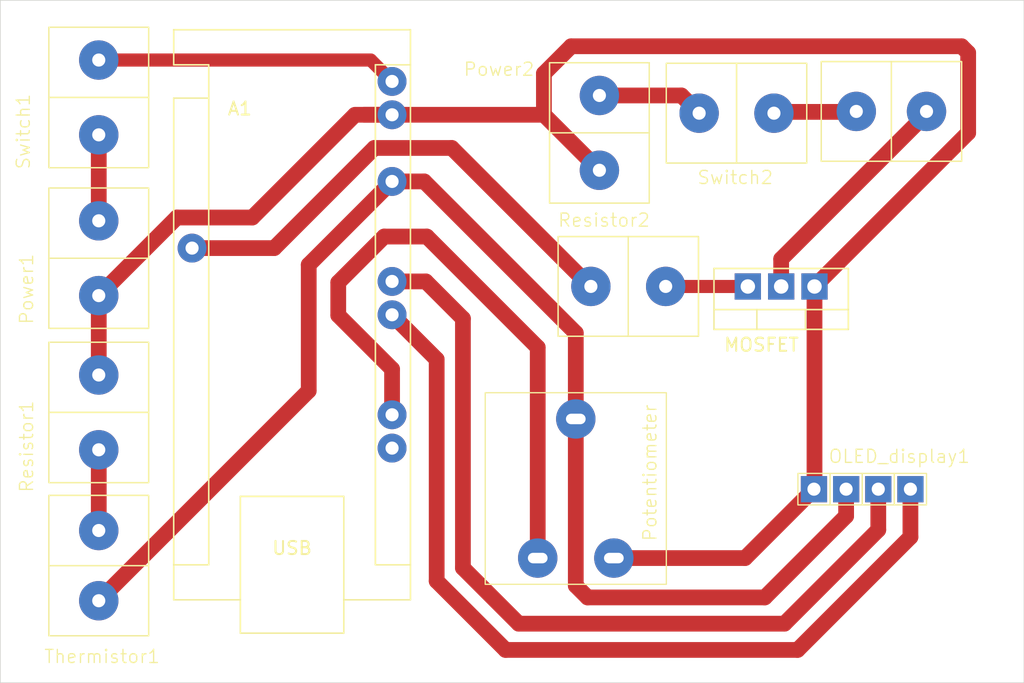
<source format=kicad_pcb>
(kicad_pcb (version 20241229) (generator "pcbnew") (generator_version "9.0")
  (layers (0 "F.Cu" signal) (2 "B.Cu" signal) (13 "F.Paste" user) (15 "B.Paste" user) (5 "F.SilkS" user "F.Silkscreen") (7 "B.SilkS" user "B.Silkscreen") (1 "F.Mask" user) (3 "B.Mask" user) (25 "Edge.Cuts" user))
  (net 0 "")
  (net 1 "Net-(A1-A4)")
  (net 2 "Net-(A1-A5)")
  (net 3 "Net-(A1-D3)")
  (net 4 "Net-(A1-VIN)")
  (net 5 "Net-(A1-+5V)")
  (net 8 "Net-(MOSFET1-S)")
  (net 9 "Net-(MOSFET1-G)")
  (net 10 "Net-(MOSFET1-D)")
  (net 11 "Net-(Power1-+)")
  (net 12 "Net-(Power2-+)")
  (net 13 "Net-(Switch2-B)")
  (net 14 "Net-(A1-A2)")
  (net 15 "Net-(A1-A3)")
  (footprint "Library:screw_mount" (layer "F.Cu") (at 159.45 51.75 -90)
    (property "Reference" "Power2" (at 0.5 11.45 0) (layer "F.SilkS") (effects (font (thickness 0.1))))
    (property "Value" "24v")
    (fp_rect (start 0 0) (end 5.35 7.6) (stroke (width 0.1)) (fill no) (layer "F.SilkS"))
    (fp_rect (start 0 0) (end 10.7 7.6) (stroke (width 0.1)) (fill no) (layer "F.SilkS"))
    (fp_rect (start 5.35 0) (end 10.7 7.6) (stroke (width 0.1)) (fill no) (layer "F.SilkS"))
    (pad "1" thru_hole circle (at 2.5 3.8 270) (size 3 3) (drill 1) (layers "*.Cu" "*.Mask") (net 12 "Net-(Power2-+)"))
    (pad "2" thru_hole circle (at 8.2 3.8 270) (size 3 3) (drill 1) (layers "*.Cu" "*.Mask") (net 9 "Net-(MOSFET1-G)"))
  )
  (footprint "Library:screw_mount" (layer "F.Cu") (at 113.7 95.425 90)
    (property "Reference" "Thermistor1" (at -1.575 4.05 0) (layer "F.SilkS") (effects (font (thickness 0.1))))
    (property "Value" "Thermistor" (hide yes))
    (fp_rect (start 5.35 0) (end 10.7 7.6) (stroke (width 0.1)) (fill no) (layer "F.SilkS"))
    (fp_rect (start 0 0) (end 10.7 7.6) (stroke (width 0.1)) (fill no) (layer "F.SilkS"))
    (fp_rect (start 0 0) (end 5.35 7.6) (stroke (width 0.1)) (fill no) (layer "F.SilkS"))
    (pad "1" thru_hole circle (at 2.675 3.8 90) (size 3 3) (drill 1) (layers "*.Cu" "*.Mask") (net 5 "Net-(A1-+5V)"))
    (pad "2" thru_hole circle (at 8.025 3.8 90) (size 3 3) (drill 1) (layers "*.Cu" "*.Mask") (net 14 "Net-(A1-A2)"))
  )
  (footprint "Library:screw_mount" (layer "F.Cu") (at 113.7 59.75 90)
    (property "Reference" "Switch1" (at 2.75 -1.95 90) (layer "F.SilkS") (effects (font (thickness 0.1))))
    (property "Value" "SW_SPST" (hide yes))
    (fp_rect (start 5.35 0) (end 10.7 7.6) (stroke (width 0.1)) (fill no) (layer "F.SilkS"))
    (fp_rect (start 0 0) (end 10.7 7.6) (stroke (width 0.1)) (fill no) (layer "F.SilkS"))
    (fp_rect (start 0 0) (end 5.35 7.6) (stroke (width 0.1)) (fill no) (layer "F.SilkS"))
    (pad "1" thru_hole circle (at 2.5 3.8 90) (size 3 3) (drill 1) (layers "*.Cu" "*.Mask") (net 11 "Net-(Power1-+)"))
    (pad "2" thru_hole circle (at 8.2 3.8 90) (size 3 3) (drill 1) (layers "*.Cu" "*.Mask") (net 4 "Net-(A1-VIN)"))
  )
  (footprint "Module:Arduino_Nano" (layer "F.Cu") (at 124.610552 53.180552)
    (property "Reference" "A1" (at 3.639448 2.069448 0) (layer "F.SilkS"))
    (property "Value" "Arduino_Nano_v3.x")
    (fp_line (start -1.4 -3.94) (end -1.4 -1.27) (stroke (width 0.12)) (layer "F.SilkS"))
    (fp_line (start -1.4 1.27) (end -1.4 39.5) (stroke (width 0.12)) (layer "F.SilkS"))
    (fp_line (start -1.4 39.5) (end 3.68 39.5) (stroke (width 0.12)) (layer "F.SilkS"))
    (fp_line (start 1.27 -1.27) (end -1.4 -1.27) (stroke (width 0.12)) (layer "F.SilkS"))
    (fp_line (start 1.27 1.27) (end -1.4 1.27) (stroke (width 0.12)) (layer "F.SilkS"))
    (fp_line (start 1.27 1.27) (end 1.27 -1.27) (stroke (width 0.12)) (layer "F.SilkS"))
    (fp_line (start 1.27 1.27) (end 1.27 36.83) (stroke (width 0.12)) (layer "F.SilkS"))
    (fp_line (start 1.27 36.83) (end -1.4 36.83) (stroke (width 0.12)) (layer "F.SilkS"))
    (fp_line (start 3.68 31.62) (end 11.56 31.62) (stroke (width 0.12)) (layer "F.SilkS"))
    (fp_line (start 3.68 42.04) (end 3.68 31.62) (stroke (width 0.12)) (layer "F.SilkS"))
    (fp_line (start 11.56 31.62) (end 11.56 42.04) (stroke (width 0.12)) (layer "F.SilkS"))
    (fp_line (start 11.56 42.04) (end 3.68 42.04) (stroke (width 0.12)) (layer "F.SilkS"))
    (fp_line (start 13.97 -1.27) (end 13.97 36.83) (stroke (width 0.12)) (layer "F.SilkS"))
    (fp_line (start 13.97 -1.27) (end 16.64 -1.27) (stroke (width 0.12)) (layer "F.SilkS"))
    (fp_line (start 13.97 36.83) (end 16.64 36.83) (stroke (width 0.12)) (layer "F.SilkS"))
    (fp_line (start 16.64 -3.94) (end -1.4 -3.94) (stroke (width 0.12)) (layer "F.SilkS"))
    (fp_line (start 16.64 39.5) (end 11.56 39.5) (stroke (width 0.12)) (layer "F.SilkS"))
    (fp_line (start 16.64 39.5) (end 16.64 -3.94) (stroke (width 0.12)) (layer "F.SilkS"))
    (fp_text user "USB" (at 7.62 35.56 0) (layer "F.SilkS"))
    (pad "6" thru_hole circle (at 0 12.7) (size 2.2 2.2) (drill 1) (layers "*.Cu" "*.Mask") (net 3 "Net-(A1-D3)"))
    (pad "19" thru_hole circle (at 15.24 27.94) (size 2.2 2.2) (drill 1) (layers "*.Cu" "*.Mask"))
    (pad "20" thru_hole circle (at 15.24 25.4) (size 2.2 2.2) (drill 1) (layers "*.Cu" "*.Mask"))
    (pad "23" thru_hole circle (at 15.24 17.78) (size 2.2 2.2) (drill 1) (layers "*.Cu" "*.Mask") (net 1 "Net-(A1-A4)"))
    (pad "24" thru_hole circle (at 15.24 15.24) (size 2.2 2.2) (drill 1) (layers "*.Cu" "*.Mask") (net 2 "Net-(A1-A5)"))
    (pad "27" thru_hole circle (at 15.24 7.62) (size 2.2 2.2) (drill 1) (layers "*.Cu" "*.Mask") (net 5 "Net-(A1-+5V)"))
    (pad "29" thru_hole circle (at 15.24 2.54) (size 2.2 2.2) (drill 1) (layers "*.Cu" "*.Mask") (net 9 "Net-(MOSFET1-G)"))
    (pad "30" thru_hole circle (at 15.24 0) (size 2.2 2.2) (drill 1) (layers "*.Cu" "*.Mask") (net 4 "Net-(A1-VIN)"))
  )
  (footprint "Package_TO_SOT_THT:TO-220-3_Vertical" (layer "F.Cu") (at 172.04 68.805 180)
    (property "Reference" "MOSFET" (at 4.04 -4.445 0) (layer "F.SilkS"))
    (property "Value" "IRF3205")
    (fp_line (start 7.66 -3.27) (end 7.66 1.371) (stroke (width 0.12)) (layer "F.SilkS"))
    (fp_line (start 4.391 -3.27) (end 4.391 -1.76) (stroke (width 0.12)) (layer "F.SilkS"))
    (fp_line (start 0.69 -3.27) (end 0.69 -1.76) (stroke (width 0.12)) (layer "F.SilkS"))
    (fp_line (start -2.58 1.371) (end 7.66 1.371) (stroke (width 0.12)) (layer "F.SilkS"))
    (fp_line (start -2.58 -1.76) (end 7.66 -1.76) (stroke (width 0.12)) (layer "F.SilkS"))
    (fp_line (start -2.58 -3.27) (end 7.66 -3.27) (stroke (width 0.12)) (layer "F.SilkS"))
    (fp_line (start -2.58 -3.27) (end -2.58 1.371) (stroke (width 0.12)) (layer "F.SilkS"))
    (pad "1" thru_hole rect (at 0 0 180) (size 2 2) (drill 1.1) (layers "*.Cu" "*.Mask") (net 9 "Net-(MOSFET1-G)"))
    (pad "2" thru_hole rect (at 2.54 0 180) (size 2 2) (drill 1.1) (layers "*.Cu" "*.Mask") (net 10 "Net-(MOSFET1-D)"))
    (pad "3" thru_hole rect (at 5.08 0 180) (size 2 2) (drill 1.1) (layers "*.Cu" "*.Mask") (net 8 "Net-(MOSFET1-S)"))
  )
  (footprint "Library:screw_mount" (layer "F.Cu") (at 160.75 51.8)
    (property "Reference" "Switch2" (at 5.25 8.7 0) (layer "F.SilkS") (effects (font (thickness 0.1))))
    (property "Value" "SW_SPST" (hide yes))
    (fp_rect (start 0 0) (end 5.35 7.6) (stroke (width 0.1)) (fill no) (layer "F.SilkS"))
    (fp_rect (start 0 0) (end 10.7 7.6) (stroke (width 0.1)) (fill no) (layer "F.SilkS"))
    (fp_rect (start 5.35 0) (end 10.7 7.6) (stroke (width 0.1)) (fill no) (layer "F.SilkS"))
    (pad "1" thru_hole circle (at 2.5 3.8) (size 3 3) (drill 1) (layers "*.Cu" "*.Mask") (net 12 "Net-(Power2-+)"))
    (pad "2" thru_hole circle (at 8.2 3.8) (size 3 3) (drill 1) (layers "*.Cu" "*.Mask") (net 13 "Net-(Switch2-B)"))
  )
  (footprint "Library:OLED_display" (layer "F.Cu") (at 170.775 85.45 90)
    (property "Reference" "OLED_display1" (at 3.7 7.725 0) (layer "F.SilkS") (effects (font (thickness 0.1))))
    (property "Value" "~" (hide yes))
    (fp_rect (start 0 0) (end 2.4 2.45) (stroke (width 0.1)) (fill no) (layer "F.SilkS"))
    (fp_rect (start 0 2.45) (end 2.4 4.9) (stroke (width 0.1)) (fill no) (layer "F.SilkS"))
    (fp_rect (start 0 4.9) (end 2.4 7.35) (stroke (width 0.1)) (fill no) (layer "F.SilkS"))
    (fp_rect (start 0 7.35) (end 2.4 9.8) (stroke (width 0.1)) (fill no) (layer "F.SilkS"))
    (pad "1" thru_hole rect (at 1.2 1.225 90) (size 2 2) (drill 1) (layers "*.Cu" "*.Mask") (net 9 "Net-(MOSFET1-G)"))
    (pad "2" thru_hole rect (at 1.2 3.675 90) (size 2 2) (drill 1) (layers "*.Cu" "*.Mask") (net 5 "Net-(A1-+5V)"))
    (pad "3" thru_hole rect (at 1.2 6.125 90) (size 2 2) (drill 1) (layers "*.Cu" "*.Mask") (net 2 "Net-(A1-A5)"))
    (pad "4" thru_hole rect (at 1.2 8.575 90) (size 2 2) (drill 1) (layers "*.Cu" "*.Mask") (net 1 "Net-(A1-A4)"))
  )
  (footprint "Library:screw_mount" (layer "F.Cu") (at 113.7 83.75 90)
    (property "Reference" "Resistor1" (at 2.75 -1.7 90) (layer "F.SilkS") (effects (font (thickness 0.1))))
    (property "Value" "10K")
    (fp_rect (start 5.35 0) (end 10.7 7.6) (stroke (width 0.1)) (fill no) (layer "F.SilkS"))
    (fp_rect (start 0 0) (end 10.7 7.6) (stroke (width 0.1)) (fill no) (layer "F.SilkS"))
    (fp_rect (start 0 0) (end 5.35 7.6) (stroke (width 0.1)) (fill no) (layer "F.SilkS"))
    (pad "1" thru_hole circle (at 2.5 3.8 90) (size 3 3) (drill 1) (layers "*.Cu" "*.Mask") (net 14 "Net-(A1-A2)"))
    (pad "2" thru_hole circle (at 8.2 3.8 90) (size 3 3) (drill 1) (layers "*.Cu" "*.Mask") (net 9 "Net-(MOSFET1-G)"))
  )
  (footprint "Library:arduino_kit_potentiometer" (layer "F.Cu") (at 148.95 78.9)
    (property "Reference" "Potentiometer" (at 10.55 4.1 90) (layer "F.SilkS") (effects (font (thickness 0.1))))
    (property "Value" "R_Potentiometer" (hide yes))
    (fp_rect (start -2 -2) (end 11.8 12.6) (stroke (width 0.1)) (fill no) (layer "F.SilkS"))
    (pad "1" thru_hole circle (at 4.9 0) (size 3 3) (drill oval 1.5 0.8) (layers "*.Cu" "*.Mask") (net 5 "Net-(A1-+5V)"))
    (pad "2" thru_hole circle (at 2 10.6) (size 3 3) (drill oval 1.5 0.8) (layers "*.Cu" "*.Mask") (net 15 "Net-(A1-A3)"))
    (pad "3" thru_hole circle (at 7.8 10.6) (size 3 3) (drill oval 1.5 0.8) (layers "*.Cu" "*.Mask") (net 9 "Net-(MOSFET1-G)"))
  )
  (footprint "Library:screw_mount" (layer "F.Cu") (at 152.5 65)
    (property "Reference" "Resistor2" (at 3.5 -1.25 0) (layer "F.SilkS") (effects (font (thickness 0.1))))
    (property "Value" "330R")
    (fp_rect (start 0 0) (end 5.35 7.6) (stroke (width 0.1)) (fill no) (layer "F.SilkS"))
    (fp_rect (start 0 0) (end 10.7 7.6) (stroke (width 0.1)) (fill no) (layer "F.SilkS"))
    (fp_rect (start 5.35 0) (end 10.7 7.6) (stroke (width 0.1)) (fill no) (layer "F.SilkS"))
    (pad "1" thru_hole circle (at 2.5 3.8) (size 3 3) (drill 1) (layers "*.Cu" "*.Mask") (net 3 "Net-(A1-D3)"))
    (pad "2" thru_hole circle (at 8.2 3.8) (size 3 3) (drill 1) (layers "*.Cu" "*.Mask") (net 8 "Net-(MOSFET1-S)"))
  )
  (footprint "Library:screw_mount" (layer "F.Cu") (at 183.25 59.265276 180)
    (property "Reference" "R2" (hide yes))
    (property "Value" "Heated Bed")
    (fp_rect (start 5.35 0) (end 10.7 7.6) (stroke (width 0.1)) (fill no) (layer "F.SilkS"))
    (fp_rect (start 0 0) (end 10.7 7.6) (stroke (width 0.1)) (fill no) (layer "F.SilkS"))
    (fp_rect (start 0 0) (end 5.35 7.6) (stroke (width 0.1)) (fill no) (layer "F.SilkS"))
    (pad "1" thru_hole circle (at 2.675 3.8 180) (size 3 3) (drill 1) (layers "*.Cu" "*.Mask") (net 10 "Net-(MOSFET1-D)"))
    (pad "2" thru_hole circle (at 8.025 3.8 180) (size 3 3) (drill 1) (layers "*.Cu" "*.Mask") (net 13 "Net-(Switch2-B)"))
  )
  (footprint "Library:screw_mount" (layer "F.Cu") (at 121.3 61.3 -90)
    (property "Reference" "Power1" (at 7.7 9.3 90) (layer "F.SilkS") (effects (font (thickness 0.1))))
    (property "Value" "12v")
    (fp_rect (start 0 0) (end 5.35 7.6) (stroke (width 0.1)) (fill no) (layer "F.SilkS"))
    (fp_rect (start 0 0) (end 10.7 7.6) (stroke (width 0.1)) (fill no) (layer "F.SilkS"))
    (fp_rect (start 5.35 0) (end 10.7 7.6) (stroke (width 0.1)) (fill no) (layer "F.SilkS"))
    (pad "1" thru_hole circle (at 2.5 3.8 270) (size 3 3) (drill 1) (layers "*.Cu" "*.Mask") (net 11 "Net-(Power1-+)"))
    (pad "2" thru_hole circle (at 8.2 3.8 270) (size 3 3) (drill 1) (layers "*.Cu" "*.Mask") (net 9 "Net-(MOSFET1-G)"))
  )
  (gr_rect (start 110 47) (end 188 99) (stroke (width 0.05)) (fill no) (layer "Edge.Cuts"))
  (segment (start 142.5 65) (end 139.25 65) (width 1.2) (layer "F.Cu") (net 0))
  (segment (start 139.25 65) (end 135.75 68.5) (width 1.2) (layer "F.Cu") (net 0))
  (segment (start 135.75 68.5) (end 135.75 71) (width 1.2) (layer "F.Cu") (net 0))
  (segment (start 150.95 89.5) (end 150.95 73.45) (width 1.2) (layer "F.Cu") (net 0))
  (segment (start 135.75 71) (end 139.850552 75.100552) (width 1.2) (layer "F.Cu") (net 0))
  (segment (start 139.850552 75.100552) (end 139.850552 78.580552) (width 1.2) (layer "F.Cu") (net 0))
  (segment (start 150.95 73.45) (end 142.5 65) (width 1.2) (layer "F.Cu") (net 0))
  (segment (start 143.25 74.36) (end 139.850552 70.960552) (width 1.2) (layer "F.Cu") (net 1))
  (segment (start 179.35 87.9) (end 170.75 96.5) (width 1.2) (layer "F.Cu") (net 1))
  (segment (start 148.5 96.5) (end 143.25 91.25) (width 1.2) (layer "F.Cu") (net 1))
  (segment (start 179.35 84.25) (end 179.35 87.9) (width 1.2) (layer "F.Cu") (net 1))
  (segment (start 170.75 96.5) (end 148.5 96.5) (width 1.2) (layer "F.Cu") (net 1))
  (segment (start 143.25 91.25) (end 143.25 74.36) (width 1.2) (layer "F.Cu") (net 1))
  (segment (start 176.9 84.25) (end 176.9 87.35) (width 1.2) (layer "F.Cu") (net 2))
  (segment (start 176.9 87.35) (end 169.75 94.5) (width 1.2) (layer "F.Cu") (net 2))
  (segment (start 149.5 94.5) (end 145.25 90.25) (width 1.2) (layer "F.Cu") (net 2))
  (segment (start 145.25 90.25) (end 145.25 71.25) (width 1.2) (layer "F.Cu") (net 2))
  (segment (start 169.75 94.5) (end 149.5 94.5) (width 1.2) (layer "F.Cu") (net 2))
  (segment (start 145.25 71.25) (end 142.420552 68.420552) (width 1.2) (layer "F.Cu") (net 2))
  (segment (start 142.420552 68.420552) (end 139.850552 68.420552) (width 1.2) (layer "F.Cu") (net 2))
  (segment (start 144.4 58.25) (end 155 68.85) (width 1.2) (layer "F.Cu") (net 3))
  (segment (start 124.610552 65.880552) (end 130.869448 65.880552) (width 1.2) (layer "F.Cu") (net 3))
  (segment (start 138.5 58.25) (end 144.4 58.25) (width 1.2) (layer "F.Cu") (net 3))
  (segment (start 130.869448 65.880552) (end 138.5 58.25) (width 1.2) (layer "F.Cu") (net 3))
  (segment (start 138.22 51.55) (end 139.850552 53.180552) (width 1) (layer "F.Cu") (net 4))
  (segment (start 139.850552 53.180552) (end 140.281104 52.75) (width 1) (layer "F.Cu") (net 4))
  (segment (start 117.5 51.55) (end 138.22 51.55) (width 1) (layer "F.Cu") (net 4))
  (segment (start 174.45 84.25) (end 174.45 86.3) (width 1.2) (layer "F.Cu") (net 5))
  (segment (start 133.5 76.75) (end 133.5 67.151104) (width 1.2) (layer "F.Cu") (net 5))
  (segment (start 153.85 78.9) (end 153.85 72.35) (width 1.2) (layer "F.Cu") (net 5))
  (segment (start 153.85 72.35) (end 142.300552 60.800552) (width 1.2) (layer "F.Cu") (net 5))
  (segment (start 142.300552 60.800552) (end 139.850552 60.800552) (width 1.2) (layer "F.Cu") (net 5))
  (segment (start 154.75 92.5) (end 153.85 91.6) (width 1.2) (layer "F.Cu") (net 5))
  (segment (start 117.5 92.75) (end 133.5 76.75) (width 1.2) (layer "F.Cu") (net 5))
  (segment (start 168.25 92.5) (end 154.75 92.5) (width 1.2) (layer "F.Cu") (net 5))
  (segment (start 133.5 67.151104) (end 139.850552 60.800552) (width 1.2) (layer "F.Cu") (net 5))
  (segment (start 174.45 86.3) (end 168.25 92.5) (width 1.2) (layer "F.Cu") (net 5))
  (segment (start 153.85 91.6) (end 153.85 78.9) (width 1.2) (layer "F.Cu") (net 5))
  (segment (start 160.745 68.805) (end 160.7 68.85) (width 1) (layer "F.Cu") (net 8))
  (segment (start 166.96 68.805) (end 160.745 68.805) (width 1) (layer "F.Cu") (net 8))
  (segment (start 153.5 50.5) (end 151.420552 52.579448) (width 1.2) (layer "F.Cu") (net 9))
  (segment (start 151.420552 55.720552) (end 155.65 59.95) (width 1.2) (layer "F.Cu") (net 9))
  (segment (start 183.25 50.5) (end 153.5 50.5) (width 1.2) (layer "F.Cu") (net 9))
  (segment (start 183.75 51) (end 183.25 50.5) (width 1.2) (layer "F.Cu") (net 9))
  (segment (start 172 84.25) (end 166.75 89.5) (width 1.2) (layer "F.Cu") (net 9))
  (segment (start 139.850552 55.720552) (end 151.420552 55.720552) (width 1.2) (layer "F.Cu") (net 9))
  (segment (start 172.04 68.805) (end 172.04 84.21) (width 1.2) (layer "F.Cu") (net 9))
  (segment (start 151.420552 52.579448) (end 151.420552 55.720552) (width 1.2) (layer "F.Cu") (net 9))
  (segment (start 129.2 63.55) (end 137 55.75) (width 1.2) (layer "F.Cu") (net 9))
  (segment (start 172.04 68.805) (end 183.75 57.095) (width 1.2) (layer "F.Cu") (net 9))
  (segment (start 166.75 89.5) (end 156.75 89.5) (width 1.2) (layer "F.Cu") (net 9))
  (segment (start 129.2 63.55) (end 123.45 63.55) (width 1.2) (layer "F.Cu") (net 9))
  (segment (start 183.75 57.095) (end 183.75 51) (width 1.2) (layer "F.Cu") (net 9))
  (segment (start 172.04 84.21) (end 172 84.25) (width 1.2) (layer "F.Cu") (net 9))
  (segment (start 139.850552 55.720552) (end 137.029448 55.720552) (width 1.2) (layer "F.Cu") (net 9))
  (segment (start 139.850552 55.720552) (end 137.720552 55.720552) (width 1.2) (layer "F.Cu") (net 9))
  (segment (start 117.5 69.5) (end 117.5 75.55) (width 1.2) (layer "F.Cu") (net 9))
  (segment (start 123.45 63.55) (end 117.5 69.5) (width 1.2) (layer "F.Cu") (net 9))
  (segment (start 169.5 66.715276) (end 169.5 68.805) (width 1.2) (layer "F.Cu") (net 10))
  (segment (start 180.75 55.465276) (end 169.5 66.715276) (width 1.2) (layer "F.Cu") (net 10))
  (segment (start 117.5 63.8) (end 117.5 57.25) (width 1.2) (layer "F.Cu") (net 11))
  (segment (start 161.9 54.25) (end 163.25 55.6) (width 1.2) (layer "F.Cu") (net 12))
  (segment (start 155.65 54.25) (end 161.9 54.25) (width 1.2) (layer "F.Cu") (net 12))
  (segment (start 168.75 55.5) (end 175.015276 55.5) (width 1.2) (layer "F.Cu") (net 13))
  (segment (start 175.015276 55.5) (end 175.05 55.465276) (width 1) (layer "F.Cu") (net 13))
  (segment (start 117.5 81.25) (end 117.5 87.4) (width 1.2) (layer "F.Cu") (net 14))
)
</source>
